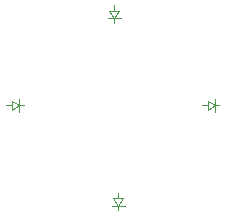
<source format=gbr>
%TF.GenerationSoftware,KiCad,Pcbnew,9.0.7*%
%TF.CreationDate,2026-02-13T21:46:17+05:30*%
%TF.ProjectId,laya's macropad,6c617961-2773-4206-9d61-63726f706164,rev?*%
%TF.SameCoordinates,Original*%
%TF.FileFunction,Legend,Bot*%
%TF.FilePolarity,Positive*%
%FSLAX46Y46*%
G04 Gerber Fmt 4.6, Leading zero omitted, Abs format (unit mm)*
G04 Created by KiCad (PCBNEW 9.0.7) date 2026-02-13 21:46:17*
%MOMM*%
%LPD*%
G01*
G04 APERTURE LIST*
%ADD10C,0.100000*%
G04 APERTURE END LIST*
D10*
%TO.C,D2*%
X138630000Y-105990000D02*
X139030000Y-106590000D01*
X139030000Y-105990000D02*
X139030000Y-105490000D01*
X139030000Y-106590000D02*
X139430000Y-105990000D01*
X139030000Y-106990000D02*
X139030000Y-106590000D01*
X139430000Y-105990000D02*
X138630000Y-105990000D01*
X139580000Y-106590000D02*
X138480000Y-106590000D01*
%TO.C,D4*%
X146600000Y-97710000D02*
X146600000Y-98510000D01*
X146600000Y-98110000D02*
X146100000Y-98110000D01*
X146600000Y-98510000D02*
X147200000Y-98110000D01*
X147200000Y-97560000D02*
X147200000Y-98660000D01*
X147200000Y-98110000D02*
X146600000Y-97710000D01*
X147600000Y-98110000D02*
X147200000Y-98110000D01*
%TO.C,D1*%
X138290000Y-90120000D02*
X138690000Y-90720000D01*
X138690000Y-90120000D02*
X138690000Y-89620000D01*
X138690000Y-90720000D02*
X139090000Y-90120000D01*
X138690000Y-91120000D02*
X138690000Y-90720000D01*
X139090000Y-90120000D02*
X138290000Y-90120000D01*
X139240000Y-90720000D02*
X138140000Y-90720000D01*
%TO.C,D3*%
X130030000Y-97710000D02*
X130030000Y-98510000D01*
X130030000Y-98110000D02*
X129530000Y-98110000D01*
X130030000Y-98510000D02*
X130630000Y-98110000D01*
X130630000Y-97560000D02*
X130630000Y-98660000D01*
X130630000Y-98110000D02*
X130030000Y-97710000D01*
X131030000Y-98110000D02*
X130630000Y-98110000D01*
%TD*%
M02*

</source>
